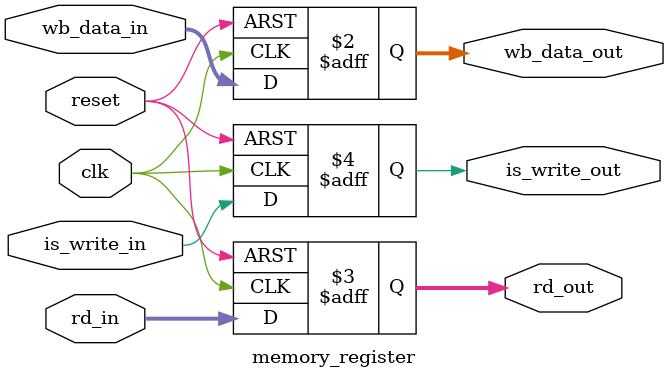
<source format=v>
module memory_register(
    input          clk,
    input          reset,
    input  wire [31:0] wb_data_in,  // data from memory or EX stage
    input  wire [4:0]  rd_in,       // register to write back
    input  wire        is_write_in, // write enable for WB stage

    output reg  [31:0] wb_data_out, 
    output reg  [4:0]  rd_out,      
    output reg         is_write_out
);

    always @(posedge clk or posedge reset) begin
        if (reset) begin
            wb_data_out    <= 32'b0;
            rd_out         <= 5'b0;
            is_write_out   <= 1'b0;
        end else begin
            wb_data_out    <= wb_data_in;
            rd_out         <= rd_in;
            is_write_out   <= is_write_in;
        end
    end

endmodule

</source>
